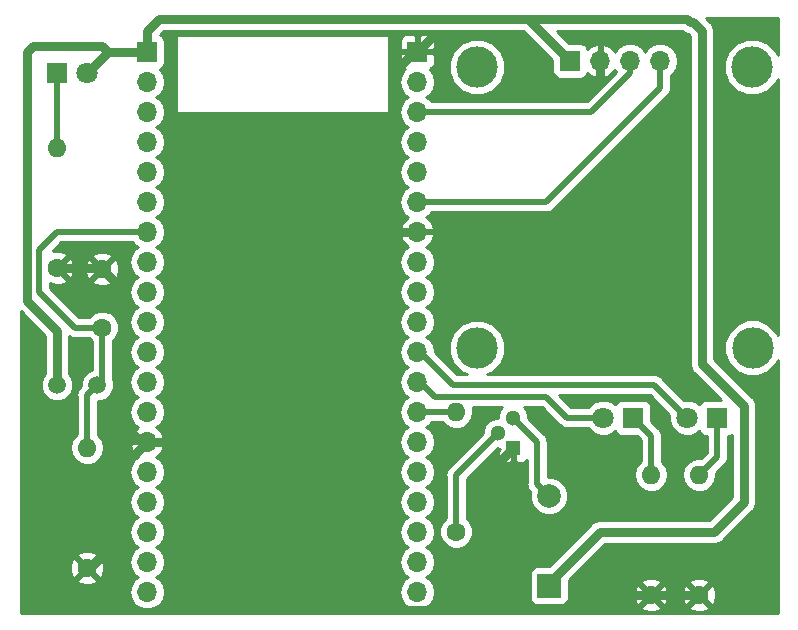
<source format=gtl>
G04 #@! TF.GenerationSoftware,KiCad,Pcbnew,5.0.0+dfsg1-1*
G04 #@! TF.CreationDate,2018-08-21T17:11:21+08:00*
G04 #@! TF.ProjectId,IOT,494F542E6B696361645F706362000000,rev?*
G04 #@! TF.SameCoordinates,Original*
G04 #@! TF.FileFunction,Copper,L1,Top,Signal*
G04 #@! TF.FilePolarity,Positive*
%FSLAX46Y46*%
G04 Gerber Fmt 4.6, Leading zero omitted, Abs format (unit mm)*
G04 Created by KiCad (PCBNEW 5.0.0+dfsg1-1) date Tue Aug 21 17:11:21 2018*
%MOMM*%
%LPD*%
G01*
G04 APERTURE LIST*
G04 #@! TA.AperFunction,ComponentPad*
%ADD10R,1.800000X1.800000*%
G04 #@! TD*
G04 #@! TA.AperFunction,ComponentPad*
%ADD11C,1.800000*%
G04 #@! TD*
G04 #@! TA.AperFunction,WasherPad*
%ADD12C,3.500000*%
G04 #@! TD*
G04 #@! TA.AperFunction,ComponentPad*
%ADD13R,1.700000X1.700000*%
G04 #@! TD*
G04 #@! TA.AperFunction,ComponentPad*
%ADD14O,1.700000X1.700000*%
G04 #@! TD*
G04 #@! TA.AperFunction,ComponentPad*
%ADD15C,1.500000*%
G04 #@! TD*
G04 #@! TA.AperFunction,ComponentPad*
%ADD16R,2.000000X2.000000*%
G04 #@! TD*
G04 #@! TA.AperFunction,ComponentPad*
%ADD17C,2.000000*%
G04 #@! TD*
G04 #@! TA.AperFunction,ComponentPad*
%ADD18O,1.600000X1.600000*%
G04 #@! TD*
G04 #@! TA.AperFunction,ComponentPad*
%ADD19C,1.600000*%
G04 #@! TD*
G04 #@! TA.AperFunction,ComponentPad*
%ADD20C,1.300000*%
G04 #@! TD*
G04 #@! TA.AperFunction,ComponentPad*
%ADD21R,1.300000X1.300000*%
G04 #@! TD*
G04 #@! TA.AperFunction,Conductor*
%ADD22C,0.508000*%
G04 #@! TD*
G04 #@! TA.AperFunction,Conductor*
%ADD23C,0.762000*%
G04 #@! TD*
G04 #@! TA.AperFunction,Conductor*
%ADD24C,0.254000*%
G04 #@! TD*
G04 APERTURE END LIST*
D10*
G04 #@! TO.P,D1,1*
G04 #@! TO.N,Net-(D1-Pad1)*
X25400000Y-41910000D03*
D11*
G04 #@! TO.P,D1,2*
G04 #@! TO.N,+3V3*
X27940000Y-41910000D03*
G04 #@! TD*
G04 #@! TO.P,D2,2*
G04 #@! TO.N,/GREEN_LED*
X78740000Y-71120000D03*
D10*
G04 #@! TO.P,D2,1*
G04 #@! TO.N,Net-(D2-Pad1)*
X81280000Y-71120000D03*
G04 #@! TD*
D12*
G04 #@! TO.P,U2,*
G04 #@! TO.N,*
X84251800Y-41402000D03*
X84277200Y-65176400D03*
X60960000Y-65201800D03*
D13*
G04 #@! TO.P,U2,1*
G04 #@! TO.N,+3V3*
X68834000Y-40894000D03*
D14*
G04 #@! TO.P,U2,2*
G04 #@! TO.N,GND*
X71374000Y-40894000D03*
G04 #@! TO.P,U2,3*
G04 #@! TO.N,/OLED_SCL*
X73914000Y-40894000D03*
G04 #@! TO.P,U2,4*
G04 #@! TO.N,/OLED_SDA*
X76454000Y-40894000D03*
D12*
G04 #@! TO.P,U2,*
G04 #@! TO.N,*
X60960000Y-41402000D03*
G04 #@! TD*
D10*
G04 #@! TO.P,D3,1*
G04 #@! TO.N,Net-(D3-Pad1)*
X74168000Y-71120000D03*
D11*
G04 #@! TO.P,D3,2*
G04 #@! TO.N,/RED_LED*
X71628000Y-71120000D03*
G04 #@! TD*
D15*
G04 #@! TO.P,R5,1*
G04 #@! TO.N,+3V3*
X25400000Y-68326000D03*
G04 #@! TO.P,R5,2*
G04 #@! TO.N,/LDR_ADC*
X28800000Y-68326000D03*
G04 #@! TD*
D14*
G04 #@! TO.P,U1,20*
G04 #@! TO.N,Net-(U1-Pad20)*
X55880000Y-85852000D03*
G04 #@! TO.P,U1,21*
G04 #@! TO.N,Net-(U1-Pad21)*
X55880000Y-83312000D03*
G04 #@! TO.P,U1,22*
G04 #@! TO.N,Net-(U1-Pad22)*
X55880000Y-80772000D03*
G04 #@! TO.P,U1,23*
G04 #@! TO.N,Net-(U1-Pad23)*
X55880000Y-78232000D03*
G04 #@! TO.P,U1,24*
G04 #@! TO.N,Net-(U1-Pad24)*
X55880000Y-75692000D03*
G04 #@! TO.P,U1,25*
G04 #@! TO.N,Net-(U1-Pad25)*
X55880000Y-73152000D03*
G04 #@! TO.P,U1,26*
G04 #@! TO.N,/BUZZER_CONTROL*
X55880000Y-70612000D03*
G04 #@! TO.P,U1,27*
G04 #@! TO.N,/RED_LED*
X55880000Y-68072000D03*
G04 #@! TO.P,U1,28*
G04 #@! TO.N,/GREEN_LED*
X55880000Y-65532000D03*
G04 #@! TO.P,U1,29*
G04 #@! TO.N,Net-(U1-Pad29)*
X55880000Y-62992000D03*
G04 #@! TO.P,U1,30*
G04 #@! TO.N,Net-(U1-Pad30)*
X55880000Y-60452000D03*
G04 #@! TO.P,U1,31*
G04 #@! TO.N,Net-(U1-Pad31)*
X55880000Y-57912000D03*
G04 #@! TO.P,U1,32*
G04 #@! TO.N,GND*
X55880000Y-55372000D03*
G04 #@! TO.P,U1,33*
G04 #@! TO.N,/OLED_SDA*
X55880000Y-52832000D03*
G04 #@! TO.P,U1,34*
G04 #@! TO.N,Net-(U1-Pad34)*
X55880000Y-50292000D03*
G04 #@! TO.P,U1,35*
G04 #@! TO.N,Net-(U1-Pad35)*
X55880000Y-47752000D03*
G04 #@! TO.P,U1,36*
G04 #@! TO.N,/OLED_SCL*
X55880000Y-45212000D03*
G04 #@! TO.P,U1,37*
G04 #@! TO.N,Net-(U1-Pad37)*
X55880000Y-42672000D03*
D13*
G04 #@! TO.P,U1,38*
G04 #@! TO.N,GND*
X55880000Y-40132000D03*
G04 #@! TO.P,U1,1*
G04 #@! TO.N,+3V3*
X33020000Y-40132000D03*
D14*
G04 #@! TO.P,U1,2*
G04 #@! TO.N,Net-(U1-Pad2)*
X33020000Y-42672000D03*
G04 #@! TO.P,U1,3*
G04 #@! TO.N,Net-(U1-Pad3)*
X33020000Y-45212000D03*
G04 #@! TO.P,U1,4*
G04 #@! TO.N,Net-(U1-Pad4)*
X33020000Y-47752000D03*
G04 #@! TO.P,U1,5*
G04 #@! TO.N,Net-(U1-Pad5)*
X33020000Y-50292000D03*
G04 #@! TO.P,U1,6*
G04 #@! TO.N,Net-(U1-Pad6)*
X33020000Y-52832000D03*
G04 #@! TO.P,U1,7*
G04 #@! TO.N,/LDR_ADC*
X33020000Y-55372000D03*
G04 #@! TO.P,U1,8*
G04 #@! TO.N,Net-(U1-Pad8)*
X33020000Y-57912000D03*
G04 #@! TO.P,U1,9*
G04 #@! TO.N,Net-(U1-Pad9)*
X33020000Y-60452000D03*
G04 #@! TO.P,U1,10*
G04 #@! TO.N,Net-(U1-Pad10)*
X33020000Y-62992000D03*
G04 #@! TO.P,U1,11*
G04 #@! TO.N,Net-(U1-Pad11)*
X33020000Y-65532000D03*
G04 #@! TO.P,U1,12*
G04 #@! TO.N,Net-(U1-Pad12)*
X33020000Y-68072000D03*
G04 #@! TO.P,U1,13*
G04 #@! TO.N,Net-(U1-Pad13)*
X33020000Y-70612000D03*
G04 #@! TO.P,U1,14*
G04 #@! TO.N,GND*
X33020000Y-73152000D03*
G04 #@! TO.P,U1,15*
G04 #@! TO.N,Net-(U1-Pad15)*
X33020000Y-75692000D03*
G04 #@! TO.P,U1,16*
G04 #@! TO.N,Net-(U1-Pad16)*
X33020000Y-78232000D03*
G04 #@! TO.P,U1,17*
G04 #@! TO.N,Net-(U1-Pad17)*
X33020000Y-80772000D03*
G04 #@! TO.P,U1,18*
G04 #@! TO.N,Net-(U1-Pad18)*
X33020000Y-83312000D03*
G04 #@! TO.P,U1,19*
G04 #@! TO.N,Net-(U1-Pad19)*
X33020000Y-85852000D03*
G04 #@! TD*
D16*
G04 #@! TO.P,BZ1,1*
G04 #@! TO.N,+3V3*
X67056000Y-85344000D03*
D17*
G04 #@! TO.P,BZ1,2*
G04 #@! TO.N,Net-(BZ1-Pad2)*
X67056000Y-77744000D03*
G04 #@! TD*
D18*
G04 #@! TO.P,R4,2*
G04 #@! TO.N,Net-(D3-Pad1)*
X75692000Y-75946000D03*
D19*
G04 #@! TO.P,R4,1*
G04 #@! TO.N,GND*
X75692000Y-86106000D03*
G04 #@! TD*
D18*
G04 #@! TO.P,R2,2*
G04 #@! TO.N,Net-(D1-Pad1)*
X25400000Y-48260000D03*
D19*
G04 #@! TO.P,R2,1*
G04 #@! TO.N,GND*
X25400000Y-58420000D03*
G04 #@! TD*
G04 #@! TO.P,C1,1*
G04 #@! TO.N,/LDR_ADC*
X29210000Y-63500000D03*
G04 #@! TO.P,C1,2*
G04 #@! TO.N,GND*
X29210000Y-58500000D03*
G04 #@! TD*
G04 #@! TO.P,R6,1*
G04 #@! TO.N,GND*
X27940000Y-83820000D03*
D18*
G04 #@! TO.P,R6,2*
G04 #@! TO.N,/LDR_ADC*
X27940000Y-73660000D03*
G04 #@! TD*
D19*
G04 #@! TO.P,R3,1*
G04 #@! TO.N,GND*
X79756000Y-86106000D03*
D18*
G04 #@! TO.P,R3,2*
G04 #@! TO.N,Net-(D2-Pad1)*
X79756000Y-75946000D03*
G04 #@! TD*
D20*
G04 #@! TO.P,Q1,2*
G04 #@! TO.N,Net-(Q1-Pad2)*
X62738000Y-72390000D03*
G04 #@! TO.P,Q1,3*
G04 #@! TO.N,Net-(BZ1-Pad2)*
X64008000Y-71120000D03*
D21*
G04 #@! TO.P,Q1,1*
G04 #@! TO.N,GND*
X64008000Y-73660000D03*
G04 #@! TD*
D19*
G04 #@! TO.P,R1,1*
G04 #@! TO.N,Net-(Q1-Pad2)*
X59182000Y-80772000D03*
D18*
G04 #@! TO.P,R1,2*
G04 #@! TO.N,/BUZZER_CONTROL*
X59182000Y-70612000D03*
G04 #@! TD*
D22*
G04 #@! TO.N,Net-(Q1-Pad2)*
X59182000Y-80772000D02*
X59182000Y-75946000D01*
X59182000Y-75946000D02*
X62738000Y-72390000D01*
G04 #@! TO.N,/BUZZER_CONTROL*
X55880000Y-70612000D02*
X59182000Y-70612000D01*
G04 #@! TO.N,Net-(D1-Pad1)*
X25400000Y-48260000D02*
X25400000Y-41910000D01*
D23*
G04 #@! TO.N,GND*
X34798000Y-73152000D02*
X33020000Y-73152000D01*
X53340000Y-54610000D02*
X34798000Y-73152000D01*
X55880000Y-55372000D02*
X52578000Y-55372000D01*
X52578000Y-55372000D02*
X53340000Y-54610000D01*
X29972000Y-77978000D02*
X30480000Y-77470000D01*
X30480000Y-77470000D02*
X30480000Y-75692000D01*
X30480000Y-75692000D02*
X33020000Y-73152000D01*
X25400000Y-58420000D02*
X29130000Y-58420000D01*
X29130000Y-58420000D02*
X29210000Y-58500000D01*
X33020000Y-73152000D02*
X32512000Y-73152000D01*
X30988000Y-60278000D02*
X29210000Y-58500000D01*
X30988000Y-71628000D02*
X30988000Y-60278000D01*
X32512000Y-73152000D02*
X30988000Y-71628000D01*
X27940000Y-83820000D02*
X28194000Y-83820000D01*
X29972000Y-82042000D02*
X29972000Y-77978000D01*
X28194000Y-83820000D02*
X29972000Y-82042000D01*
X55880000Y-40132000D02*
X57404000Y-38608000D01*
X71374000Y-42418000D02*
X71374000Y-40894000D01*
X70612000Y-43180000D02*
X71374000Y-42418000D01*
X66802000Y-43180000D02*
X70612000Y-43180000D01*
X66294000Y-42672000D02*
X66802000Y-43180000D01*
X66294000Y-40640000D02*
X66294000Y-42672000D01*
X64262000Y-38608000D02*
X66294000Y-40640000D01*
X57404000Y-38608000D02*
X64262000Y-38608000D01*
X33020000Y-73152000D02*
X36068000Y-73152000D01*
X50292000Y-87376000D02*
X50038000Y-87122000D01*
X51054000Y-87376000D02*
X50292000Y-87376000D01*
X51054000Y-87376000D02*
X57658000Y-87376000D01*
X36068000Y-73152000D02*
X50038000Y-87122000D01*
X62230000Y-82804000D02*
X62230000Y-75438000D01*
X57658000Y-87376000D02*
X62230000Y-82804000D01*
X62230000Y-75438000D02*
X64008000Y-73660000D01*
X75692000Y-86106000D02*
X79756000Y-86106000D01*
X75692000Y-86106000D02*
X71120000Y-86106000D01*
X69850000Y-87376000D02*
X70104000Y-87122000D01*
X69850000Y-87376000D02*
X57658000Y-87376000D01*
X71120000Y-86106000D02*
X70104000Y-87122000D01*
X57912000Y-87122000D02*
X57658000Y-87376000D01*
X55880000Y-40132000D02*
X55626000Y-40132000D01*
X54102000Y-53848000D02*
X52578000Y-55372000D01*
X54102000Y-41656000D02*
X54102000Y-53848000D01*
X55626000Y-40132000D02*
X54102000Y-41656000D01*
D22*
G04 #@! TO.N,Net-(D2-Pad1)*
X81280000Y-71120000D02*
X81280000Y-74422000D01*
X81280000Y-74422000D02*
X79756000Y-75946000D01*
G04 #@! TO.N,Net-(D3-Pad1)*
X75692000Y-75946000D02*
X75692000Y-72644000D01*
X75692000Y-72644000D02*
X74168000Y-71120000D01*
G04 #@! TO.N,/LDR_ADC*
X29210000Y-63500000D02*
X29210000Y-67916000D01*
X29210000Y-67916000D02*
X28800000Y-68326000D01*
X27940000Y-73660000D02*
X27940000Y-69186000D01*
X27940000Y-69186000D02*
X28800000Y-68326000D01*
X29210000Y-63500000D02*
X26924000Y-63500000D01*
X26924000Y-63500000D02*
X23876000Y-60452000D01*
X25400000Y-55372000D02*
X33020000Y-55372000D01*
X25400000Y-55372000D02*
X23876000Y-56896000D01*
X23876000Y-56896000D02*
X23876000Y-60452000D01*
G04 #@! TO.N,Net-(BZ1-Pad2)*
X64008000Y-71120000D02*
X66040000Y-73152000D01*
X66040000Y-76728000D02*
X67056000Y-77744000D01*
X66040000Y-75946000D02*
X66040000Y-76728000D01*
X66040000Y-75946000D02*
X66040000Y-73152000D01*
D23*
G04 #@! TO.N,+3V3*
X33020000Y-40132000D02*
X29718000Y-40132000D01*
X29718000Y-40132000D02*
X27940000Y-41910000D01*
X29718000Y-40132000D02*
X29210000Y-39624000D01*
X25400000Y-63754000D02*
X25400000Y-68326000D01*
X22860000Y-61214000D02*
X25400000Y-63754000D01*
X22860000Y-53340000D02*
X22860000Y-61214000D01*
X29210000Y-39624000D02*
X23368000Y-39624000D01*
X23368000Y-39624000D02*
X22860000Y-40132000D01*
X22860000Y-40132000D02*
X22860000Y-53340000D01*
X33020000Y-40132000D02*
X33020000Y-38354000D01*
X65278000Y-37338000D02*
X68834000Y-40894000D01*
X34036000Y-37338000D02*
X64770000Y-37338000D01*
X64770000Y-37338000D02*
X65278000Y-37338000D01*
X33020000Y-38354000D02*
X34036000Y-37338000D01*
X64770000Y-37338000D02*
X78740000Y-37338000D01*
X80010000Y-38354000D02*
X80010000Y-62992000D01*
X79248000Y-37592000D02*
X80010000Y-38354000D01*
X78994000Y-37592000D02*
X79248000Y-37592000D01*
X78740000Y-37338000D02*
X78994000Y-37592000D01*
X67056000Y-85344000D02*
X67056000Y-85090000D01*
X80010000Y-66548000D02*
X80010000Y-62992000D01*
X83566000Y-70104000D02*
X80010000Y-66548000D01*
X83566000Y-78232000D02*
X83566000Y-70104000D01*
X83058000Y-78740000D02*
X83566000Y-78232000D01*
X81026000Y-80772000D02*
X83058000Y-78740000D01*
X71374000Y-80772000D02*
X81026000Y-80772000D01*
X67056000Y-85090000D02*
X71374000Y-80772000D01*
D22*
G04 #@! TO.N,/GREEN_LED*
X55880000Y-65532000D02*
X56134000Y-65532000D01*
X75946000Y-68326000D02*
X78740000Y-71120000D01*
X58928000Y-68326000D02*
X75946000Y-68326000D01*
X56134000Y-65532000D02*
X58928000Y-68326000D01*
G04 #@! TO.N,/RED_LED*
X71628000Y-71120000D02*
X68580000Y-71120000D01*
X66802000Y-69342000D02*
X60452000Y-69342000D01*
X68580000Y-71120000D02*
X66802000Y-69342000D01*
X55880000Y-68072000D02*
X56134000Y-68072000D01*
X57404000Y-69342000D02*
X60452000Y-69342000D01*
X56134000Y-68072000D02*
X57404000Y-69342000D01*
G04 #@! TO.N,/OLED_SCL*
X73914000Y-40894000D02*
X73914000Y-41910000D01*
X70612000Y-45212000D02*
X55880000Y-45212000D01*
X73914000Y-41910000D02*
X70612000Y-45212000D01*
G04 #@! TO.N,/OLED_SDA*
X76454000Y-43180000D02*
X76454000Y-40894000D01*
X73152000Y-46482000D02*
X76454000Y-43180000D01*
X55880000Y-52832000D02*
X60960000Y-52832000D01*
X60960000Y-52832000D02*
X66802000Y-52832000D01*
X66802000Y-52832000D02*
X73152000Y-46482000D01*
G04 #@! TD*
D24*
G04 #@! TO.N,GND*
G36*
X86412000Y-40384880D02*
X86273705Y-40051006D01*
X85602794Y-39380095D01*
X84726206Y-39017000D01*
X83777394Y-39017000D01*
X82900806Y-39380095D01*
X82229895Y-40051006D01*
X81866800Y-40927594D01*
X81866800Y-41876406D01*
X82229895Y-42752994D01*
X82900806Y-43423905D01*
X83777394Y-43787000D01*
X84726206Y-43787000D01*
X85602794Y-43423905D01*
X86273705Y-42752994D01*
X86412000Y-42419120D01*
X86412001Y-64097960D01*
X86299105Y-63825406D01*
X85628194Y-63154495D01*
X84751606Y-62791400D01*
X83802794Y-62791400D01*
X82926206Y-63154495D01*
X82255295Y-63825406D01*
X81892200Y-64701994D01*
X81892200Y-65650806D01*
X82255295Y-66527394D01*
X82926206Y-67198305D01*
X83802794Y-67561400D01*
X84751606Y-67561400D01*
X85628194Y-67198305D01*
X86299105Y-66527394D01*
X86412001Y-66254840D01*
X86412001Y-87682000D01*
X22300000Y-87682000D01*
X22300000Y-84827745D01*
X27111861Y-84827745D01*
X27185995Y-85073864D01*
X27723223Y-85266965D01*
X28293454Y-85239778D01*
X28694005Y-85073864D01*
X28768139Y-84827745D01*
X27940000Y-83999605D01*
X27111861Y-84827745D01*
X22300000Y-84827745D01*
X22300000Y-83603223D01*
X26493035Y-83603223D01*
X26520222Y-84173454D01*
X26686136Y-84574005D01*
X26932255Y-84648139D01*
X27760395Y-83820000D01*
X28119605Y-83820000D01*
X28947745Y-84648139D01*
X29193864Y-84574005D01*
X29386965Y-84036777D01*
X29359778Y-83466546D01*
X29193864Y-83065995D01*
X28947745Y-82991861D01*
X28119605Y-83820000D01*
X27760395Y-83820000D01*
X26932255Y-82991861D01*
X26686136Y-83065995D01*
X26493035Y-83603223D01*
X22300000Y-83603223D01*
X22300000Y-82812255D01*
X27111861Y-82812255D01*
X27940000Y-83640395D01*
X28768139Y-82812255D01*
X28694005Y-82566136D01*
X28156777Y-82373035D01*
X27586546Y-82400222D01*
X27185995Y-82566136D01*
X27111861Y-82812255D01*
X22300000Y-82812255D01*
X22300000Y-75692000D01*
X31505908Y-75692000D01*
X31621161Y-76271418D01*
X31949375Y-76762625D01*
X32247761Y-76962000D01*
X31949375Y-77161375D01*
X31621161Y-77652582D01*
X31505908Y-78232000D01*
X31621161Y-78811418D01*
X31949375Y-79302625D01*
X32247761Y-79502000D01*
X31949375Y-79701375D01*
X31621161Y-80192582D01*
X31505908Y-80772000D01*
X31621161Y-81351418D01*
X31949375Y-81842625D01*
X32247761Y-82042000D01*
X31949375Y-82241375D01*
X31621161Y-82732582D01*
X31505908Y-83312000D01*
X31621161Y-83891418D01*
X31949375Y-84382625D01*
X32247761Y-84582000D01*
X31949375Y-84781375D01*
X31621161Y-85272582D01*
X31505908Y-85852000D01*
X31621161Y-86431418D01*
X31949375Y-86922625D01*
X32440582Y-87250839D01*
X32873744Y-87337000D01*
X33166256Y-87337000D01*
X33599418Y-87250839D01*
X34090625Y-86922625D01*
X34418839Y-86431418D01*
X34534092Y-85852000D01*
X34418839Y-85272582D01*
X34090625Y-84781375D01*
X33792239Y-84582000D01*
X34090625Y-84382625D01*
X34418839Y-83891418D01*
X34534092Y-83312000D01*
X34418839Y-82732582D01*
X34090625Y-82241375D01*
X33792239Y-82042000D01*
X34090625Y-81842625D01*
X34418839Y-81351418D01*
X34534092Y-80772000D01*
X34418839Y-80192582D01*
X34090625Y-79701375D01*
X33792239Y-79502000D01*
X34090625Y-79302625D01*
X34418839Y-78811418D01*
X34534092Y-78232000D01*
X34418839Y-77652582D01*
X34090625Y-77161375D01*
X33792239Y-76962000D01*
X34090625Y-76762625D01*
X34418839Y-76271418D01*
X34534092Y-75692000D01*
X34418839Y-75112582D01*
X34090625Y-74621375D01*
X33771522Y-74408157D01*
X33901358Y-74347183D01*
X34291645Y-73918924D01*
X34461476Y-73508890D01*
X34340155Y-73279000D01*
X33147000Y-73279000D01*
X33147000Y-73299000D01*
X32893000Y-73299000D01*
X32893000Y-73279000D01*
X31699845Y-73279000D01*
X31578524Y-73508890D01*
X31748355Y-73918924D01*
X32138642Y-74347183D01*
X32268478Y-74408157D01*
X31949375Y-74621375D01*
X31621161Y-75112582D01*
X31505908Y-75692000D01*
X22300000Y-75692000D01*
X22300000Y-62090840D01*
X24384000Y-64174841D01*
X24384001Y-67383312D01*
X24225853Y-67541460D01*
X24015000Y-68050506D01*
X24015000Y-68601494D01*
X24225853Y-69110540D01*
X24615460Y-69500147D01*
X25124506Y-69711000D01*
X25675494Y-69711000D01*
X26184540Y-69500147D01*
X26574147Y-69110540D01*
X26785000Y-68601494D01*
X26785000Y-68050506D01*
X26574147Y-67541460D01*
X26416000Y-67383313D01*
X26416000Y-64229756D01*
X26577130Y-64337419D01*
X26836444Y-64389000D01*
X26836445Y-64389000D01*
X26924000Y-64406416D01*
X27011555Y-64389000D01*
X28069604Y-64389000D01*
X28321000Y-64640396D01*
X28321001Y-67025294D01*
X28015460Y-67151853D01*
X27625853Y-67541460D01*
X27415000Y-68050506D01*
X27415000Y-68453765D01*
X27373294Y-68495471D01*
X27299068Y-68545067D01*
X27249472Y-68619293D01*
X27249471Y-68619294D01*
X27102582Y-68839130D01*
X27033584Y-69186000D01*
X27051001Y-69273559D01*
X27051000Y-72528151D01*
X26905423Y-72625423D01*
X26588260Y-73100091D01*
X26476887Y-73660000D01*
X26588260Y-74219909D01*
X26905423Y-74694577D01*
X27380091Y-75011740D01*
X27798667Y-75095000D01*
X28081333Y-75095000D01*
X28499909Y-75011740D01*
X28974577Y-74694577D01*
X29291740Y-74219909D01*
X29403113Y-73660000D01*
X29291740Y-73100091D01*
X28974577Y-72625423D01*
X28829000Y-72528152D01*
X28829000Y-69711000D01*
X29075494Y-69711000D01*
X29584540Y-69500147D01*
X29974147Y-69110540D01*
X30185000Y-68601494D01*
X30185000Y-68050506D01*
X30104526Y-67856223D01*
X30099000Y-67828444D01*
X30099000Y-64640396D01*
X30426534Y-64312862D01*
X30645000Y-63785439D01*
X30645000Y-63214561D01*
X30426534Y-62687138D01*
X30022862Y-62283466D01*
X29495439Y-62065000D01*
X28924561Y-62065000D01*
X28397138Y-62283466D01*
X28069604Y-62611000D01*
X27292236Y-62611000D01*
X24765000Y-60083765D01*
X24765000Y-59716639D01*
X25183223Y-59866965D01*
X25753454Y-59839778D01*
X26154005Y-59673864D01*
X26204042Y-59507745D01*
X28381861Y-59507745D01*
X28455995Y-59753864D01*
X28993223Y-59946965D01*
X29563454Y-59919778D01*
X29964005Y-59753864D01*
X30038139Y-59507745D01*
X29210000Y-58679605D01*
X28381861Y-59507745D01*
X26204042Y-59507745D01*
X26228139Y-59427745D01*
X25400000Y-58599605D01*
X25385858Y-58613748D01*
X25206252Y-58434142D01*
X25220395Y-58420000D01*
X25579605Y-58420000D01*
X26407745Y-59248139D01*
X26653864Y-59174005D01*
X26846965Y-58636777D01*
X26830109Y-58283223D01*
X27763035Y-58283223D01*
X27790222Y-58853454D01*
X27956136Y-59254005D01*
X28202255Y-59328139D01*
X29030395Y-58500000D01*
X29389605Y-58500000D01*
X30217745Y-59328139D01*
X30463864Y-59254005D01*
X30656965Y-58716777D01*
X30629778Y-58146546D01*
X30463864Y-57745995D01*
X30217745Y-57671861D01*
X29389605Y-58500000D01*
X29030395Y-58500000D01*
X28202255Y-57671861D01*
X27956136Y-57745995D01*
X27763035Y-58283223D01*
X26830109Y-58283223D01*
X26819778Y-58066546D01*
X26653864Y-57665995D01*
X26407745Y-57591861D01*
X25579605Y-58420000D01*
X25220395Y-58420000D01*
X25206252Y-58405858D01*
X25385858Y-58226252D01*
X25400000Y-58240395D01*
X26148139Y-57492255D01*
X28381861Y-57492255D01*
X29210000Y-58320395D01*
X30038139Y-57492255D01*
X29964005Y-57246136D01*
X29426777Y-57053035D01*
X28856546Y-57080222D01*
X28455995Y-57246136D01*
X28381861Y-57492255D01*
X26148139Y-57492255D01*
X26228139Y-57412255D01*
X26154005Y-57166136D01*
X25616777Y-56973035D01*
X25046546Y-57000222D01*
X25016616Y-57012620D01*
X25768236Y-56261000D01*
X31828017Y-56261000D01*
X31949375Y-56442625D01*
X32247761Y-56642000D01*
X31949375Y-56841375D01*
X31621161Y-57332582D01*
X31505908Y-57912000D01*
X31621161Y-58491418D01*
X31949375Y-58982625D01*
X32247761Y-59182000D01*
X31949375Y-59381375D01*
X31621161Y-59872582D01*
X31505908Y-60452000D01*
X31621161Y-61031418D01*
X31949375Y-61522625D01*
X32247761Y-61722000D01*
X31949375Y-61921375D01*
X31621161Y-62412582D01*
X31505908Y-62992000D01*
X31621161Y-63571418D01*
X31949375Y-64062625D01*
X32247761Y-64262000D01*
X31949375Y-64461375D01*
X31621161Y-64952582D01*
X31505908Y-65532000D01*
X31621161Y-66111418D01*
X31949375Y-66602625D01*
X32247761Y-66802000D01*
X31949375Y-67001375D01*
X31621161Y-67492582D01*
X31505908Y-68072000D01*
X31621161Y-68651418D01*
X31949375Y-69142625D01*
X32247761Y-69342000D01*
X31949375Y-69541375D01*
X31621161Y-70032582D01*
X31505908Y-70612000D01*
X31621161Y-71191418D01*
X31949375Y-71682625D01*
X32268478Y-71895843D01*
X32138642Y-71956817D01*
X31748355Y-72385076D01*
X31578524Y-72795110D01*
X31699845Y-73025000D01*
X32893000Y-73025000D01*
X32893000Y-73005000D01*
X33147000Y-73005000D01*
X33147000Y-73025000D01*
X34340155Y-73025000D01*
X34461476Y-72795110D01*
X34291645Y-72385076D01*
X33901358Y-71956817D01*
X33771522Y-71895843D01*
X34090625Y-71682625D01*
X34418839Y-71191418D01*
X34534092Y-70612000D01*
X34418839Y-70032582D01*
X34090625Y-69541375D01*
X33792239Y-69342000D01*
X34090625Y-69142625D01*
X34418839Y-68651418D01*
X34534092Y-68072000D01*
X34418839Y-67492582D01*
X34090625Y-67001375D01*
X33792239Y-66802000D01*
X34090625Y-66602625D01*
X34418839Y-66111418D01*
X34534092Y-65532000D01*
X34418839Y-64952582D01*
X34090625Y-64461375D01*
X33792239Y-64262000D01*
X34090625Y-64062625D01*
X34418839Y-63571418D01*
X34534092Y-62992000D01*
X34418839Y-62412582D01*
X34090625Y-61921375D01*
X33792239Y-61722000D01*
X34090625Y-61522625D01*
X34418839Y-61031418D01*
X34534092Y-60452000D01*
X34418839Y-59872582D01*
X34090625Y-59381375D01*
X33792239Y-59182000D01*
X34090625Y-58982625D01*
X34418839Y-58491418D01*
X34534092Y-57912000D01*
X34418839Y-57332582D01*
X34090625Y-56841375D01*
X33792239Y-56642000D01*
X34090625Y-56442625D01*
X34418839Y-55951418D01*
X34534092Y-55372000D01*
X34418839Y-54792582D01*
X34090625Y-54301375D01*
X33792239Y-54102000D01*
X34090625Y-53902625D01*
X34418839Y-53411418D01*
X34534092Y-52832000D01*
X34418839Y-52252582D01*
X34090625Y-51761375D01*
X33792239Y-51562000D01*
X34090625Y-51362625D01*
X34418839Y-50871418D01*
X34534092Y-50292000D01*
X34418839Y-49712582D01*
X34090625Y-49221375D01*
X33792239Y-49022000D01*
X34090625Y-48822625D01*
X34418839Y-48331418D01*
X34534092Y-47752000D01*
X34418839Y-47172582D01*
X34090625Y-46681375D01*
X33792239Y-46482000D01*
X34090625Y-46282625D01*
X34418839Y-45791418D01*
X34534092Y-45212000D01*
X34418839Y-44632582D01*
X34090625Y-44141375D01*
X33792239Y-43942000D01*
X34090625Y-43742625D01*
X34418839Y-43251418D01*
X34534092Y-42672000D01*
X34418839Y-42092582D01*
X34090625Y-41601375D01*
X34072381Y-41589184D01*
X34117765Y-41580157D01*
X34327809Y-41439809D01*
X34468157Y-41229765D01*
X34517440Y-40982000D01*
X34517440Y-39282000D01*
X34468157Y-39034235D01*
X34353073Y-38862000D01*
X35433000Y-38862000D01*
X35433000Y-45212000D01*
X35442667Y-45260601D01*
X35470197Y-45301803D01*
X35511399Y-45329333D01*
X35560000Y-45339000D01*
X53340000Y-45339000D01*
X53388601Y-45329333D01*
X53429803Y-45301803D01*
X53457333Y-45260601D01*
X53467000Y-45212000D01*
X53467000Y-42672000D01*
X54365908Y-42672000D01*
X54481161Y-43251418D01*
X54809375Y-43742625D01*
X55107761Y-43942000D01*
X54809375Y-44141375D01*
X54481161Y-44632582D01*
X54365908Y-45212000D01*
X54481161Y-45791418D01*
X54809375Y-46282625D01*
X55107761Y-46482000D01*
X54809375Y-46681375D01*
X54481161Y-47172582D01*
X54365908Y-47752000D01*
X54481161Y-48331418D01*
X54809375Y-48822625D01*
X55107761Y-49022000D01*
X54809375Y-49221375D01*
X54481161Y-49712582D01*
X54365908Y-50292000D01*
X54481161Y-50871418D01*
X54809375Y-51362625D01*
X55107761Y-51562000D01*
X54809375Y-51761375D01*
X54481161Y-52252582D01*
X54365908Y-52832000D01*
X54481161Y-53411418D01*
X54809375Y-53902625D01*
X55128478Y-54115843D01*
X54998642Y-54176817D01*
X54608355Y-54605076D01*
X54438524Y-55015110D01*
X54559845Y-55245000D01*
X55753000Y-55245000D01*
X55753000Y-55225000D01*
X56007000Y-55225000D01*
X56007000Y-55245000D01*
X57200155Y-55245000D01*
X57321476Y-55015110D01*
X57151645Y-54605076D01*
X56761358Y-54176817D01*
X56631522Y-54115843D01*
X56950625Y-53902625D01*
X57071983Y-53721000D01*
X66714445Y-53721000D01*
X66802000Y-53738416D01*
X66889555Y-53721000D01*
X66889556Y-53721000D01*
X67148870Y-53669419D01*
X67442933Y-53472933D01*
X67492531Y-53398704D01*
X73842529Y-47048707D01*
X73842531Y-47048704D01*
X77020707Y-43870529D01*
X77094933Y-43820933D01*
X77291419Y-43526870D01*
X77343000Y-43267556D01*
X77343000Y-43267555D01*
X77360416Y-43180001D01*
X77343000Y-43092446D01*
X77343000Y-42085983D01*
X77524625Y-41964625D01*
X77852839Y-41473418D01*
X77968092Y-40894000D01*
X77852839Y-40314582D01*
X77524625Y-39823375D01*
X77033418Y-39495161D01*
X76600256Y-39409000D01*
X76307744Y-39409000D01*
X75874582Y-39495161D01*
X75383375Y-39823375D01*
X75184000Y-40121761D01*
X74984625Y-39823375D01*
X74493418Y-39495161D01*
X74060256Y-39409000D01*
X73767744Y-39409000D01*
X73334582Y-39495161D01*
X72843375Y-39823375D01*
X72630157Y-40142478D01*
X72569183Y-40012642D01*
X72140924Y-39622355D01*
X71730890Y-39452524D01*
X71501000Y-39573845D01*
X71501000Y-40767000D01*
X71521000Y-40767000D01*
X71521000Y-41021000D01*
X71501000Y-41021000D01*
X71501000Y-42214155D01*
X71730890Y-42335476D01*
X72140924Y-42165645D01*
X72569183Y-41775358D01*
X72630157Y-41645522D01*
X72746749Y-41820015D01*
X70243765Y-44323000D01*
X57071983Y-44323000D01*
X56950625Y-44141375D01*
X56652239Y-43942000D01*
X56950625Y-43742625D01*
X57278839Y-43251418D01*
X57394092Y-42672000D01*
X57278839Y-42092582D01*
X56950625Y-41601375D01*
X56928967Y-41586904D01*
X57089698Y-41520327D01*
X57268327Y-41341699D01*
X57365000Y-41108310D01*
X57365000Y-40927594D01*
X58575000Y-40927594D01*
X58575000Y-41876406D01*
X58938095Y-42752994D01*
X59609006Y-43423905D01*
X60485594Y-43787000D01*
X61434406Y-43787000D01*
X62310994Y-43423905D01*
X62981905Y-42752994D01*
X63345000Y-41876406D01*
X63345000Y-40927594D01*
X62981905Y-40051006D01*
X62310994Y-39380095D01*
X61434406Y-39017000D01*
X60485594Y-39017000D01*
X59609006Y-39380095D01*
X58938095Y-40051006D01*
X58575000Y-40927594D01*
X57365000Y-40927594D01*
X57365000Y-40417750D01*
X57206250Y-40259000D01*
X56007000Y-40259000D01*
X56007000Y-40279000D01*
X55753000Y-40279000D01*
X55753000Y-40259000D01*
X54553750Y-40259000D01*
X54395000Y-40417750D01*
X54395000Y-41108310D01*
X54491673Y-41341699D01*
X54670302Y-41520327D01*
X54831033Y-41586904D01*
X54809375Y-41601375D01*
X54481161Y-42092582D01*
X54365908Y-42672000D01*
X53467000Y-42672000D01*
X53467000Y-39155690D01*
X54395000Y-39155690D01*
X54395000Y-39846250D01*
X54553750Y-40005000D01*
X55753000Y-40005000D01*
X55753000Y-38805750D01*
X56007000Y-38805750D01*
X56007000Y-40005000D01*
X57206250Y-40005000D01*
X57365000Y-39846250D01*
X57365000Y-39155690D01*
X57268327Y-38922301D01*
X57089698Y-38743673D01*
X56856309Y-38647000D01*
X56165750Y-38647000D01*
X56007000Y-38805750D01*
X55753000Y-38805750D01*
X55594250Y-38647000D01*
X54903691Y-38647000D01*
X54670302Y-38743673D01*
X54491673Y-38922301D01*
X54395000Y-39155690D01*
X53467000Y-39155690D01*
X53467000Y-38862000D01*
X53457333Y-38813399D01*
X53429803Y-38772197D01*
X53388601Y-38744667D01*
X53340000Y-38735000D01*
X35560000Y-38735000D01*
X35511399Y-38744667D01*
X35470197Y-38772197D01*
X35442667Y-38813399D01*
X35433000Y-38862000D01*
X34353073Y-38862000D01*
X34327809Y-38824191D01*
X34123299Y-38687541D01*
X34456841Y-38354000D01*
X64857160Y-38354000D01*
X67336560Y-40833401D01*
X67336560Y-41744000D01*
X67385843Y-41991765D01*
X67526191Y-42201809D01*
X67736235Y-42342157D01*
X67984000Y-42391440D01*
X69684000Y-42391440D01*
X69931765Y-42342157D01*
X70141809Y-42201809D01*
X70282157Y-41991765D01*
X70302739Y-41888292D01*
X70607076Y-42165645D01*
X71017110Y-42335476D01*
X71247000Y-42214155D01*
X71247000Y-41021000D01*
X71227000Y-41021000D01*
X71227000Y-40767000D01*
X71247000Y-40767000D01*
X71247000Y-39573845D01*
X71017110Y-39452524D01*
X70607076Y-39622355D01*
X70302739Y-39899708D01*
X70282157Y-39796235D01*
X70141809Y-39586191D01*
X69931765Y-39445843D01*
X69684000Y-39396560D01*
X68773401Y-39396560D01*
X67730840Y-38354000D01*
X78305662Y-38354000D01*
X78597577Y-38549051D01*
X78810579Y-38591420D01*
X78994000Y-38774841D01*
X78994001Y-62891935D01*
X78994000Y-66447936D01*
X78974096Y-66548000D01*
X78994000Y-66648063D01*
X78994000Y-66648064D01*
X79052949Y-66944422D01*
X79277505Y-67280495D01*
X79362340Y-67337180D01*
X81597719Y-69572560D01*
X80380000Y-69572560D01*
X80132235Y-69621843D01*
X79922191Y-69762191D01*
X79781843Y-69972235D01*
X79778725Y-69987908D01*
X79609507Y-69818690D01*
X79045330Y-69585000D01*
X78462236Y-69585000D01*
X76636531Y-67759296D01*
X76586933Y-67685067D01*
X76292870Y-67488581D01*
X76033556Y-67437000D01*
X76033555Y-67437000D01*
X75946000Y-67419584D01*
X75858445Y-67437000D01*
X61796055Y-67437000D01*
X62310994Y-67223705D01*
X62981905Y-66552794D01*
X63345000Y-65676206D01*
X63345000Y-64727394D01*
X62981905Y-63850806D01*
X62310994Y-63179895D01*
X61434406Y-62816800D01*
X60485594Y-62816800D01*
X59609006Y-63179895D01*
X58938095Y-63850806D01*
X58575000Y-64727394D01*
X58575000Y-65676206D01*
X58938095Y-66552794D01*
X59609006Y-67223705D01*
X60123945Y-67437000D01*
X59296236Y-67437000D01*
X57393618Y-65534383D01*
X57394092Y-65532000D01*
X57278839Y-64952582D01*
X56950625Y-64461375D01*
X56652239Y-64262000D01*
X56950625Y-64062625D01*
X57278839Y-63571418D01*
X57394092Y-62992000D01*
X57278839Y-62412582D01*
X56950625Y-61921375D01*
X56652239Y-61722000D01*
X56950625Y-61522625D01*
X57278839Y-61031418D01*
X57394092Y-60452000D01*
X57278839Y-59872582D01*
X56950625Y-59381375D01*
X56652239Y-59182000D01*
X56950625Y-58982625D01*
X57278839Y-58491418D01*
X57394092Y-57912000D01*
X57278839Y-57332582D01*
X56950625Y-56841375D01*
X56631522Y-56628157D01*
X56761358Y-56567183D01*
X57151645Y-56138924D01*
X57321476Y-55728890D01*
X57200155Y-55499000D01*
X56007000Y-55499000D01*
X56007000Y-55519000D01*
X55753000Y-55519000D01*
X55753000Y-55499000D01*
X54559845Y-55499000D01*
X54438524Y-55728890D01*
X54608355Y-56138924D01*
X54998642Y-56567183D01*
X55128478Y-56628157D01*
X54809375Y-56841375D01*
X54481161Y-57332582D01*
X54365908Y-57912000D01*
X54481161Y-58491418D01*
X54809375Y-58982625D01*
X55107761Y-59182000D01*
X54809375Y-59381375D01*
X54481161Y-59872582D01*
X54365908Y-60452000D01*
X54481161Y-61031418D01*
X54809375Y-61522625D01*
X55107761Y-61722000D01*
X54809375Y-61921375D01*
X54481161Y-62412582D01*
X54365908Y-62992000D01*
X54481161Y-63571418D01*
X54809375Y-64062625D01*
X55107761Y-64262000D01*
X54809375Y-64461375D01*
X54481161Y-64952582D01*
X54365908Y-65532000D01*
X54481161Y-66111418D01*
X54809375Y-66602625D01*
X55107761Y-66802000D01*
X54809375Y-67001375D01*
X54481161Y-67492582D01*
X54365908Y-68072000D01*
X54481161Y-68651418D01*
X54809375Y-69142625D01*
X55107761Y-69342000D01*
X54809375Y-69541375D01*
X54481161Y-70032582D01*
X54365908Y-70612000D01*
X54481161Y-71191418D01*
X54809375Y-71682625D01*
X55107761Y-71882000D01*
X54809375Y-72081375D01*
X54481161Y-72572582D01*
X54365908Y-73152000D01*
X54481161Y-73731418D01*
X54809375Y-74222625D01*
X55107761Y-74422000D01*
X54809375Y-74621375D01*
X54481161Y-75112582D01*
X54365908Y-75692000D01*
X54481161Y-76271418D01*
X54809375Y-76762625D01*
X55107761Y-76962000D01*
X54809375Y-77161375D01*
X54481161Y-77652582D01*
X54365908Y-78232000D01*
X54481161Y-78811418D01*
X54809375Y-79302625D01*
X55107761Y-79502000D01*
X54809375Y-79701375D01*
X54481161Y-80192582D01*
X54365908Y-80772000D01*
X54481161Y-81351418D01*
X54809375Y-81842625D01*
X55107761Y-82042000D01*
X54809375Y-82241375D01*
X54481161Y-82732582D01*
X54365908Y-83312000D01*
X54481161Y-83891418D01*
X54809375Y-84382625D01*
X55107761Y-84582000D01*
X54809375Y-84781375D01*
X54481161Y-85272582D01*
X54365908Y-85852000D01*
X54481161Y-86431418D01*
X54809375Y-86922625D01*
X55300582Y-87250839D01*
X55733744Y-87337000D01*
X56026256Y-87337000D01*
X56459418Y-87250839D01*
X56664593Y-87113745D01*
X74863861Y-87113745D01*
X74937995Y-87359864D01*
X75475223Y-87552965D01*
X76045454Y-87525778D01*
X76446005Y-87359864D01*
X76520139Y-87113745D01*
X78927861Y-87113745D01*
X79001995Y-87359864D01*
X79539223Y-87552965D01*
X80109454Y-87525778D01*
X80510005Y-87359864D01*
X80584139Y-87113745D01*
X79756000Y-86285605D01*
X78927861Y-87113745D01*
X76520139Y-87113745D01*
X75692000Y-86285605D01*
X74863861Y-87113745D01*
X56664593Y-87113745D01*
X56950625Y-86922625D01*
X57278839Y-86431418D01*
X57394092Y-85852000D01*
X57278839Y-85272582D01*
X56950625Y-84781375D01*
X56652239Y-84582000D01*
X56950625Y-84382625D01*
X57278839Y-83891418D01*
X57394092Y-83312000D01*
X57278839Y-82732582D01*
X56950625Y-82241375D01*
X56652239Y-82042000D01*
X56950625Y-81842625D01*
X57278839Y-81351418D01*
X57394092Y-80772000D01*
X57278839Y-80192582D01*
X56950625Y-79701375D01*
X56652239Y-79502000D01*
X56950625Y-79302625D01*
X57278839Y-78811418D01*
X57394092Y-78232000D01*
X57278839Y-77652582D01*
X56950625Y-77161375D01*
X56652239Y-76962000D01*
X56950625Y-76762625D01*
X57278839Y-76271418D01*
X57394092Y-75692000D01*
X57278839Y-75112582D01*
X56950625Y-74621375D01*
X56652239Y-74422000D01*
X56950625Y-74222625D01*
X57278839Y-73731418D01*
X57394092Y-73152000D01*
X57278839Y-72572582D01*
X56950625Y-72081375D01*
X56652239Y-71882000D01*
X56950625Y-71682625D01*
X57071983Y-71501000D01*
X58050152Y-71501000D01*
X58147423Y-71646577D01*
X58622091Y-71963740D01*
X59040667Y-72047000D01*
X59323333Y-72047000D01*
X59741909Y-71963740D01*
X60216577Y-71646577D01*
X60533740Y-71171909D01*
X60645113Y-70612000D01*
X60569327Y-70231000D01*
X63079735Y-70231000D01*
X62918629Y-70392106D01*
X62723000Y-70864398D01*
X62723000Y-71105000D01*
X62482398Y-71105000D01*
X62010106Y-71300629D01*
X61648629Y-71662106D01*
X61453000Y-72134398D01*
X61453000Y-72417764D01*
X58615294Y-75255471D01*
X58541068Y-75305067D01*
X58491472Y-75379293D01*
X58491471Y-75379294D01*
X58344582Y-75599130D01*
X58275584Y-75946000D01*
X58293001Y-76033559D01*
X58293000Y-79631604D01*
X57965466Y-79959138D01*
X57747000Y-80486561D01*
X57747000Y-81057439D01*
X57965466Y-81584862D01*
X58369138Y-81988534D01*
X58896561Y-82207000D01*
X59467439Y-82207000D01*
X59994862Y-81988534D01*
X60398534Y-81584862D01*
X60617000Y-81057439D01*
X60617000Y-80486561D01*
X60398534Y-79959138D01*
X60071000Y-79631604D01*
X60071000Y-76314235D01*
X62710236Y-73675000D01*
X62723000Y-73675000D01*
X62723000Y-73787002D01*
X62881748Y-73787002D01*
X62723000Y-73945750D01*
X62723000Y-74436310D01*
X62819673Y-74669699D01*
X62998302Y-74848327D01*
X63231691Y-74945000D01*
X63722250Y-74945000D01*
X63881000Y-74786250D01*
X63881000Y-73787000D01*
X63861000Y-73787000D01*
X63861000Y-73533000D01*
X63881000Y-73533000D01*
X63881000Y-73513000D01*
X64135000Y-73513000D01*
X64135000Y-73533000D01*
X64155000Y-73533000D01*
X64155000Y-73787000D01*
X64135000Y-73787000D01*
X64135000Y-74786250D01*
X64293750Y-74945000D01*
X64784309Y-74945000D01*
X65017698Y-74848327D01*
X65151000Y-74715025D01*
X65151000Y-76640445D01*
X65133584Y-76728000D01*
X65151000Y-76815555D01*
X65151000Y-76815556D01*
X65202582Y-77074870D01*
X65399068Y-77368933D01*
X65432417Y-77391216D01*
X65421000Y-77418778D01*
X65421000Y-78069222D01*
X65669914Y-78670153D01*
X66129847Y-79130086D01*
X66730778Y-79379000D01*
X67381222Y-79379000D01*
X67982153Y-79130086D01*
X68442086Y-78670153D01*
X68691000Y-78069222D01*
X68691000Y-77418778D01*
X68442086Y-76817847D01*
X67982153Y-76357914D01*
X67381222Y-76109000D01*
X66929000Y-76109000D01*
X66929000Y-73239555D01*
X66946416Y-73152000D01*
X66914365Y-72990870D01*
X66877419Y-72805130D01*
X66680933Y-72511067D01*
X66606707Y-72461471D01*
X65293000Y-71147765D01*
X65293000Y-70864398D01*
X65097371Y-70392106D01*
X64936265Y-70231000D01*
X66433765Y-70231000D01*
X67889470Y-71686706D01*
X67939067Y-71760933D01*
X68233130Y-71957419D01*
X68492444Y-72009000D01*
X68492445Y-72009000D01*
X68580000Y-72026416D01*
X68667555Y-72009000D01*
X70346183Y-72009000D01*
X70758493Y-72421310D01*
X71322670Y-72655000D01*
X71933330Y-72655000D01*
X72497507Y-72421310D01*
X72666725Y-72252092D01*
X72669843Y-72267765D01*
X72810191Y-72477809D01*
X73020235Y-72618157D01*
X73268000Y-72667440D01*
X74458204Y-72667440D01*
X74803001Y-73012237D01*
X74803000Y-74814151D01*
X74657423Y-74911423D01*
X74340260Y-75386091D01*
X74228887Y-75946000D01*
X74340260Y-76505909D01*
X74657423Y-76980577D01*
X75132091Y-77297740D01*
X75550667Y-77381000D01*
X75833333Y-77381000D01*
X76251909Y-77297740D01*
X76726577Y-76980577D01*
X77043740Y-76505909D01*
X77155113Y-75946000D01*
X77043740Y-75386091D01*
X76726577Y-74911423D01*
X76581000Y-74814152D01*
X76581000Y-72731550D01*
X76598415Y-72643999D01*
X76581000Y-72556448D01*
X76581000Y-72556444D01*
X76529419Y-72297130D01*
X76332933Y-72003067D01*
X76258707Y-71953471D01*
X75715440Y-71410204D01*
X75715440Y-70220000D01*
X75666157Y-69972235D01*
X75525809Y-69762191D01*
X75315765Y-69621843D01*
X75068000Y-69572560D01*
X73268000Y-69572560D01*
X73020235Y-69621843D01*
X72810191Y-69762191D01*
X72669843Y-69972235D01*
X72666725Y-69987908D01*
X72497507Y-69818690D01*
X71933330Y-69585000D01*
X71322670Y-69585000D01*
X70758493Y-69818690D01*
X70346183Y-70231000D01*
X68948236Y-70231000D01*
X67932235Y-69215000D01*
X75577765Y-69215000D01*
X77205000Y-70842236D01*
X77205000Y-71425330D01*
X77438690Y-71989507D01*
X77870493Y-72421310D01*
X78434670Y-72655000D01*
X79045330Y-72655000D01*
X79609507Y-72421310D01*
X79778725Y-72252092D01*
X79781843Y-72267765D01*
X79922191Y-72477809D01*
X80132235Y-72618157D01*
X80380000Y-72667440D01*
X80391000Y-72667440D01*
X80391001Y-74053763D01*
X79927720Y-74517044D01*
X79897333Y-74511000D01*
X79614667Y-74511000D01*
X79196091Y-74594260D01*
X78721423Y-74911423D01*
X78404260Y-75386091D01*
X78292887Y-75946000D01*
X78404260Y-76505909D01*
X78721423Y-76980577D01*
X79196091Y-77297740D01*
X79614667Y-77381000D01*
X79897333Y-77381000D01*
X80315909Y-77297740D01*
X80790577Y-76980577D01*
X81107740Y-76505909D01*
X81219113Y-75946000D01*
X81184956Y-75774280D01*
X81846707Y-75112529D01*
X81920933Y-75062933D01*
X82117419Y-74768870D01*
X82169000Y-74509556D01*
X82169000Y-74509552D01*
X82186415Y-74422001D01*
X82169000Y-74334450D01*
X82169000Y-72667440D01*
X82180000Y-72667440D01*
X82427765Y-72618157D01*
X82550001Y-72536481D01*
X82550000Y-77811160D01*
X82410339Y-77950821D01*
X82410336Y-77950823D01*
X80605160Y-79756000D01*
X71474063Y-79756000D01*
X71373999Y-79736096D01*
X71273936Y-79756000D01*
X71273935Y-79756000D01*
X70977577Y-79814949D01*
X70641505Y-80039505D01*
X70584822Y-80124337D01*
X67012600Y-83696560D01*
X66056000Y-83696560D01*
X65808235Y-83745843D01*
X65598191Y-83886191D01*
X65457843Y-84096235D01*
X65408560Y-84344000D01*
X65408560Y-86344000D01*
X65457843Y-86591765D01*
X65598191Y-86801809D01*
X65808235Y-86942157D01*
X66056000Y-86991440D01*
X68056000Y-86991440D01*
X68303765Y-86942157D01*
X68513809Y-86801809D01*
X68654157Y-86591765D01*
X68703440Y-86344000D01*
X68703440Y-85889223D01*
X74245035Y-85889223D01*
X74272222Y-86459454D01*
X74438136Y-86860005D01*
X74684255Y-86934139D01*
X75512395Y-86106000D01*
X75871605Y-86106000D01*
X76699745Y-86934139D01*
X76945864Y-86860005D01*
X77138965Y-86322777D01*
X77118295Y-85889223D01*
X78309035Y-85889223D01*
X78336222Y-86459454D01*
X78502136Y-86860005D01*
X78748255Y-86934139D01*
X79576395Y-86106000D01*
X79935605Y-86106000D01*
X80763745Y-86934139D01*
X81009864Y-86860005D01*
X81202965Y-86322777D01*
X81175778Y-85752546D01*
X81009864Y-85351995D01*
X80763745Y-85277861D01*
X79935605Y-86106000D01*
X79576395Y-86106000D01*
X78748255Y-85277861D01*
X78502136Y-85351995D01*
X78309035Y-85889223D01*
X77118295Y-85889223D01*
X77111778Y-85752546D01*
X76945864Y-85351995D01*
X76699745Y-85277861D01*
X75871605Y-86106000D01*
X75512395Y-86106000D01*
X74684255Y-85277861D01*
X74438136Y-85351995D01*
X74245035Y-85889223D01*
X68703440Y-85889223D01*
X68703440Y-85098255D01*
X74863861Y-85098255D01*
X75692000Y-85926395D01*
X76520139Y-85098255D01*
X78927861Y-85098255D01*
X79756000Y-85926395D01*
X80584139Y-85098255D01*
X80510005Y-84852136D01*
X79972777Y-84659035D01*
X79402546Y-84686222D01*
X79001995Y-84852136D01*
X78927861Y-85098255D01*
X76520139Y-85098255D01*
X76446005Y-84852136D01*
X75908777Y-84659035D01*
X75338546Y-84686222D01*
X74937995Y-84852136D01*
X74863861Y-85098255D01*
X68703440Y-85098255D01*
X68703440Y-84879400D01*
X71794841Y-81788000D01*
X80925937Y-81788000D01*
X81026000Y-81807904D01*
X81126063Y-81788000D01*
X81126065Y-81788000D01*
X81422423Y-81729051D01*
X81758495Y-81504495D01*
X81815180Y-81419660D01*
X83847177Y-79387664D01*
X83847179Y-79387661D01*
X84213661Y-79021179D01*
X84298495Y-78964495D01*
X84523051Y-78628423D01*
X84582000Y-78332065D01*
X84582000Y-78332064D01*
X84601904Y-78232001D01*
X84582000Y-78131937D01*
X84582000Y-70204063D01*
X84601904Y-70103999D01*
X84577822Y-69982932D01*
X84523051Y-69707577D01*
X84510552Y-69688870D01*
X84436085Y-69577423D01*
X84298495Y-69371505D01*
X84213663Y-69314822D01*
X81026000Y-66127160D01*
X81026000Y-38454064D01*
X81045904Y-38354000D01*
X81023161Y-38239663D01*
X80967051Y-37957577D01*
X80742495Y-37621505D01*
X80657663Y-37564823D01*
X80378841Y-37286000D01*
X86412000Y-37286000D01*
X86412000Y-40384880D01*
X86412000Y-40384880D01*
G37*
X86412000Y-40384880D02*
X86273705Y-40051006D01*
X85602794Y-39380095D01*
X84726206Y-39017000D01*
X83777394Y-39017000D01*
X82900806Y-39380095D01*
X82229895Y-40051006D01*
X81866800Y-40927594D01*
X81866800Y-41876406D01*
X82229895Y-42752994D01*
X82900806Y-43423905D01*
X83777394Y-43787000D01*
X84726206Y-43787000D01*
X85602794Y-43423905D01*
X86273705Y-42752994D01*
X86412000Y-42419120D01*
X86412001Y-64097960D01*
X86299105Y-63825406D01*
X85628194Y-63154495D01*
X84751606Y-62791400D01*
X83802794Y-62791400D01*
X82926206Y-63154495D01*
X82255295Y-63825406D01*
X81892200Y-64701994D01*
X81892200Y-65650806D01*
X82255295Y-66527394D01*
X82926206Y-67198305D01*
X83802794Y-67561400D01*
X84751606Y-67561400D01*
X85628194Y-67198305D01*
X86299105Y-66527394D01*
X86412001Y-66254840D01*
X86412001Y-87682000D01*
X22300000Y-87682000D01*
X22300000Y-84827745D01*
X27111861Y-84827745D01*
X27185995Y-85073864D01*
X27723223Y-85266965D01*
X28293454Y-85239778D01*
X28694005Y-85073864D01*
X28768139Y-84827745D01*
X27940000Y-83999605D01*
X27111861Y-84827745D01*
X22300000Y-84827745D01*
X22300000Y-83603223D01*
X26493035Y-83603223D01*
X26520222Y-84173454D01*
X26686136Y-84574005D01*
X26932255Y-84648139D01*
X27760395Y-83820000D01*
X28119605Y-83820000D01*
X28947745Y-84648139D01*
X29193864Y-84574005D01*
X29386965Y-84036777D01*
X29359778Y-83466546D01*
X29193864Y-83065995D01*
X28947745Y-82991861D01*
X28119605Y-83820000D01*
X27760395Y-83820000D01*
X26932255Y-82991861D01*
X26686136Y-83065995D01*
X26493035Y-83603223D01*
X22300000Y-83603223D01*
X22300000Y-82812255D01*
X27111861Y-82812255D01*
X27940000Y-83640395D01*
X28768139Y-82812255D01*
X28694005Y-82566136D01*
X28156777Y-82373035D01*
X27586546Y-82400222D01*
X27185995Y-82566136D01*
X27111861Y-82812255D01*
X22300000Y-82812255D01*
X22300000Y-75692000D01*
X31505908Y-75692000D01*
X31621161Y-76271418D01*
X31949375Y-76762625D01*
X32247761Y-76962000D01*
X31949375Y-77161375D01*
X31621161Y-77652582D01*
X31505908Y-78232000D01*
X31621161Y-78811418D01*
X31949375Y-79302625D01*
X32247761Y-79502000D01*
X31949375Y-79701375D01*
X31621161Y-80192582D01*
X31505908Y-80772000D01*
X31621161Y-81351418D01*
X31949375Y-81842625D01*
X32247761Y-82042000D01*
X31949375Y-82241375D01*
X31621161Y-82732582D01*
X31505908Y-83312000D01*
X31621161Y-83891418D01*
X31949375Y-84382625D01*
X32247761Y-84582000D01*
X31949375Y-84781375D01*
X31621161Y-85272582D01*
X31505908Y-85852000D01*
X31621161Y-86431418D01*
X31949375Y-86922625D01*
X32440582Y-87250839D01*
X32873744Y-87337000D01*
X33166256Y-87337000D01*
X33599418Y-87250839D01*
X34090625Y-86922625D01*
X34418839Y-86431418D01*
X34534092Y-85852000D01*
X34418839Y-85272582D01*
X34090625Y-84781375D01*
X33792239Y-84582000D01*
X34090625Y-84382625D01*
X34418839Y-83891418D01*
X34534092Y-83312000D01*
X34418839Y-82732582D01*
X34090625Y-82241375D01*
X33792239Y-82042000D01*
X34090625Y-81842625D01*
X34418839Y-81351418D01*
X34534092Y-80772000D01*
X34418839Y-80192582D01*
X34090625Y-79701375D01*
X33792239Y-79502000D01*
X34090625Y-79302625D01*
X34418839Y-78811418D01*
X34534092Y-78232000D01*
X34418839Y-77652582D01*
X34090625Y-77161375D01*
X33792239Y-76962000D01*
X34090625Y-76762625D01*
X34418839Y-76271418D01*
X34534092Y-75692000D01*
X34418839Y-75112582D01*
X34090625Y-74621375D01*
X33771522Y-74408157D01*
X33901358Y-74347183D01*
X34291645Y-73918924D01*
X34461476Y-73508890D01*
X34340155Y-73279000D01*
X33147000Y-73279000D01*
X33147000Y-73299000D01*
X32893000Y-73299000D01*
X32893000Y-73279000D01*
X31699845Y-73279000D01*
X31578524Y-73508890D01*
X31748355Y-73918924D01*
X32138642Y-74347183D01*
X32268478Y-74408157D01*
X31949375Y-74621375D01*
X31621161Y-75112582D01*
X31505908Y-75692000D01*
X22300000Y-75692000D01*
X22300000Y-62090840D01*
X24384000Y-64174841D01*
X24384001Y-67383312D01*
X24225853Y-67541460D01*
X24015000Y-68050506D01*
X24015000Y-68601494D01*
X24225853Y-69110540D01*
X24615460Y-69500147D01*
X25124506Y-69711000D01*
X25675494Y-69711000D01*
X26184540Y-69500147D01*
X26574147Y-69110540D01*
X26785000Y-68601494D01*
X26785000Y-68050506D01*
X26574147Y-67541460D01*
X26416000Y-67383313D01*
X26416000Y-64229756D01*
X26577130Y-64337419D01*
X26836444Y-64389000D01*
X26836445Y-64389000D01*
X26924000Y-64406416D01*
X27011555Y-64389000D01*
X28069604Y-64389000D01*
X28321000Y-64640396D01*
X28321001Y-67025294D01*
X28015460Y-67151853D01*
X27625853Y-67541460D01*
X27415000Y-68050506D01*
X27415000Y-68453765D01*
X27373294Y-68495471D01*
X27299068Y-68545067D01*
X27249472Y-68619293D01*
X27249471Y-68619294D01*
X27102582Y-68839130D01*
X27033584Y-69186000D01*
X27051001Y-69273559D01*
X27051000Y-72528151D01*
X26905423Y-72625423D01*
X26588260Y-73100091D01*
X26476887Y-73660000D01*
X26588260Y-74219909D01*
X26905423Y-74694577D01*
X27380091Y-75011740D01*
X27798667Y-75095000D01*
X28081333Y-75095000D01*
X28499909Y-75011740D01*
X28974577Y-74694577D01*
X29291740Y-74219909D01*
X29403113Y-73660000D01*
X29291740Y-73100091D01*
X28974577Y-72625423D01*
X28829000Y-72528152D01*
X28829000Y-69711000D01*
X29075494Y-69711000D01*
X29584540Y-69500147D01*
X29974147Y-69110540D01*
X30185000Y-68601494D01*
X30185000Y-68050506D01*
X30104526Y-67856223D01*
X30099000Y-67828444D01*
X30099000Y-64640396D01*
X30426534Y-64312862D01*
X30645000Y-63785439D01*
X30645000Y-63214561D01*
X30426534Y-62687138D01*
X30022862Y-62283466D01*
X29495439Y-62065000D01*
X28924561Y-62065000D01*
X28397138Y-62283466D01*
X28069604Y-62611000D01*
X27292236Y-62611000D01*
X24765000Y-60083765D01*
X24765000Y-59716639D01*
X25183223Y-59866965D01*
X25753454Y-59839778D01*
X26154005Y-59673864D01*
X26204042Y-59507745D01*
X28381861Y-59507745D01*
X28455995Y-59753864D01*
X28993223Y-59946965D01*
X29563454Y-59919778D01*
X29964005Y-59753864D01*
X30038139Y-59507745D01*
X29210000Y-58679605D01*
X28381861Y-59507745D01*
X26204042Y-59507745D01*
X26228139Y-59427745D01*
X25400000Y-58599605D01*
X25385858Y-58613748D01*
X25206252Y-58434142D01*
X25220395Y-58420000D01*
X25579605Y-58420000D01*
X26407745Y-59248139D01*
X26653864Y-59174005D01*
X26846965Y-58636777D01*
X26830109Y-58283223D01*
X27763035Y-58283223D01*
X27790222Y-58853454D01*
X27956136Y-59254005D01*
X28202255Y-59328139D01*
X29030395Y-58500000D01*
X29389605Y-58500000D01*
X30217745Y-59328139D01*
X30463864Y-59254005D01*
X30656965Y-58716777D01*
X30629778Y-58146546D01*
X30463864Y-57745995D01*
X30217745Y-57671861D01*
X29389605Y-58500000D01*
X29030395Y-58500000D01*
X28202255Y-57671861D01*
X27956136Y-57745995D01*
X27763035Y-58283223D01*
X26830109Y-58283223D01*
X26819778Y-58066546D01*
X26653864Y-57665995D01*
X26407745Y-57591861D01*
X25579605Y-58420000D01*
X25220395Y-58420000D01*
X25206252Y-58405858D01*
X25385858Y-58226252D01*
X25400000Y-58240395D01*
X26148139Y-57492255D01*
X28381861Y-57492255D01*
X29210000Y-58320395D01*
X30038139Y-57492255D01*
X29964005Y-57246136D01*
X29426777Y-57053035D01*
X28856546Y-57080222D01*
X28455995Y-57246136D01*
X28381861Y-57492255D01*
X26148139Y-57492255D01*
X26228139Y-57412255D01*
X26154005Y-57166136D01*
X25616777Y-56973035D01*
X25046546Y-57000222D01*
X25016616Y-57012620D01*
X25768236Y-56261000D01*
X31828017Y-56261000D01*
X31949375Y-56442625D01*
X32247761Y-56642000D01*
X31949375Y-56841375D01*
X31621161Y-57332582D01*
X31505908Y-57912000D01*
X31621161Y-58491418D01*
X31949375Y-58982625D01*
X32247761Y-59182000D01*
X31949375Y-59381375D01*
X31621161Y-59872582D01*
X31505908Y-60452000D01*
X31621161Y-61031418D01*
X31949375Y-61522625D01*
X32247761Y-61722000D01*
X31949375Y-61921375D01*
X31621161Y-62412582D01*
X31505908Y-62992000D01*
X31621161Y-63571418D01*
X31949375Y-64062625D01*
X32247761Y-64262000D01*
X31949375Y-64461375D01*
X31621161Y-64952582D01*
X31505908Y-65532000D01*
X31621161Y-66111418D01*
X31949375Y-66602625D01*
X32247761Y-66802000D01*
X31949375Y-67001375D01*
X31621161Y-67492582D01*
X31505908Y-68072000D01*
X31621161Y-68651418D01*
X31949375Y-69142625D01*
X32247761Y-69342000D01*
X31949375Y-69541375D01*
X31621161Y-70032582D01*
X31505908Y-70612000D01*
X31621161Y-71191418D01*
X31949375Y-71682625D01*
X32268478Y-71895843D01*
X32138642Y-71956817D01*
X31748355Y-72385076D01*
X31578524Y-72795110D01*
X31699845Y-73025000D01*
X32893000Y-73025000D01*
X32893000Y-73005000D01*
X33147000Y-73005000D01*
X33147000Y-73025000D01*
X34340155Y-73025000D01*
X34461476Y-72795110D01*
X34291645Y-72385076D01*
X33901358Y-71956817D01*
X33771522Y-71895843D01*
X34090625Y-71682625D01*
X34418839Y-71191418D01*
X34534092Y-70612000D01*
X34418839Y-70032582D01*
X34090625Y-69541375D01*
X33792239Y-69342000D01*
X34090625Y-69142625D01*
X34418839Y-68651418D01*
X34534092Y-68072000D01*
X34418839Y-67492582D01*
X34090625Y-67001375D01*
X33792239Y-66802000D01*
X34090625Y-66602625D01*
X34418839Y-66111418D01*
X34534092Y-65532000D01*
X34418839Y-64952582D01*
X34090625Y-64461375D01*
X33792239Y-64262000D01*
X34090625Y-64062625D01*
X34418839Y-63571418D01*
X34534092Y-62992000D01*
X34418839Y-62412582D01*
X34090625Y-61921375D01*
X33792239Y-61722000D01*
X34090625Y-61522625D01*
X34418839Y-61031418D01*
X34534092Y-60452000D01*
X34418839Y-59872582D01*
X34090625Y-59381375D01*
X33792239Y-59182000D01*
X34090625Y-58982625D01*
X34418839Y-58491418D01*
X34534092Y-57912000D01*
X34418839Y-57332582D01*
X34090625Y-56841375D01*
X33792239Y-56642000D01*
X34090625Y-56442625D01*
X34418839Y-55951418D01*
X34534092Y-55372000D01*
X34418839Y-54792582D01*
X34090625Y-54301375D01*
X33792239Y-54102000D01*
X34090625Y-53902625D01*
X34418839Y-53411418D01*
X34534092Y-52832000D01*
X34418839Y-52252582D01*
X34090625Y-51761375D01*
X33792239Y-51562000D01*
X34090625Y-51362625D01*
X34418839Y-50871418D01*
X34534092Y-50292000D01*
X34418839Y-49712582D01*
X34090625Y-49221375D01*
X33792239Y-49022000D01*
X34090625Y-48822625D01*
X34418839Y-48331418D01*
X34534092Y-47752000D01*
X34418839Y-47172582D01*
X34090625Y-46681375D01*
X33792239Y-46482000D01*
X34090625Y-46282625D01*
X34418839Y-45791418D01*
X34534092Y-45212000D01*
X34418839Y-44632582D01*
X34090625Y-44141375D01*
X33792239Y-43942000D01*
X34090625Y-43742625D01*
X34418839Y-43251418D01*
X34534092Y-42672000D01*
X34418839Y-42092582D01*
X34090625Y-41601375D01*
X34072381Y-41589184D01*
X34117765Y-41580157D01*
X34327809Y-41439809D01*
X34468157Y-41229765D01*
X34517440Y-40982000D01*
X34517440Y-39282000D01*
X34468157Y-39034235D01*
X34353073Y-38862000D01*
X35433000Y-38862000D01*
X35433000Y-45212000D01*
X35442667Y-45260601D01*
X35470197Y-45301803D01*
X35511399Y-45329333D01*
X35560000Y-45339000D01*
X53340000Y-45339000D01*
X53388601Y-45329333D01*
X53429803Y-45301803D01*
X53457333Y-45260601D01*
X53467000Y-45212000D01*
X53467000Y-42672000D01*
X54365908Y-42672000D01*
X54481161Y-43251418D01*
X54809375Y-43742625D01*
X55107761Y-43942000D01*
X54809375Y-44141375D01*
X54481161Y-44632582D01*
X54365908Y-45212000D01*
X54481161Y-45791418D01*
X54809375Y-46282625D01*
X55107761Y-46482000D01*
X54809375Y-46681375D01*
X54481161Y-47172582D01*
X54365908Y-47752000D01*
X54481161Y-48331418D01*
X54809375Y-48822625D01*
X55107761Y-49022000D01*
X54809375Y-49221375D01*
X54481161Y-49712582D01*
X54365908Y-50292000D01*
X54481161Y-50871418D01*
X54809375Y-51362625D01*
X55107761Y-51562000D01*
X54809375Y-51761375D01*
X54481161Y-52252582D01*
X54365908Y-52832000D01*
X54481161Y-53411418D01*
X54809375Y-53902625D01*
X55128478Y-54115843D01*
X54998642Y-54176817D01*
X54608355Y-54605076D01*
X54438524Y-55015110D01*
X54559845Y-55245000D01*
X55753000Y-55245000D01*
X55753000Y-55225000D01*
X56007000Y-55225000D01*
X56007000Y-55245000D01*
X57200155Y-55245000D01*
X57321476Y-55015110D01*
X57151645Y-54605076D01*
X56761358Y-54176817D01*
X56631522Y-54115843D01*
X56950625Y-53902625D01*
X57071983Y-53721000D01*
X66714445Y-53721000D01*
X66802000Y-53738416D01*
X66889555Y-53721000D01*
X66889556Y-53721000D01*
X67148870Y-53669419D01*
X67442933Y-53472933D01*
X67492531Y-53398704D01*
X73842529Y-47048707D01*
X73842531Y-47048704D01*
X77020707Y-43870529D01*
X77094933Y-43820933D01*
X77291419Y-43526870D01*
X77343000Y-43267556D01*
X77343000Y-43267555D01*
X77360416Y-43180001D01*
X77343000Y-43092446D01*
X77343000Y-42085983D01*
X77524625Y-41964625D01*
X77852839Y-41473418D01*
X77968092Y-40894000D01*
X77852839Y-40314582D01*
X77524625Y-39823375D01*
X77033418Y-39495161D01*
X76600256Y-39409000D01*
X76307744Y-39409000D01*
X75874582Y-39495161D01*
X75383375Y-39823375D01*
X75184000Y-40121761D01*
X74984625Y-39823375D01*
X74493418Y-39495161D01*
X74060256Y-39409000D01*
X73767744Y-39409000D01*
X73334582Y-39495161D01*
X72843375Y-39823375D01*
X72630157Y-40142478D01*
X72569183Y-40012642D01*
X72140924Y-39622355D01*
X71730890Y-39452524D01*
X71501000Y-39573845D01*
X71501000Y-40767000D01*
X71521000Y-40767000D01*
X71521000Y-41021000D01*
X71501000Y-41021000D01*
X71501000Y-42214155D01*
X71730890Y-42335476D01*
X72140924Y-42165645D01*
X72569183Y-41775358D01*
X72630157Y-41645522D01*
X72746749Y-41820015D01*
X70243765Y-44323000D01*
X57071983Y-44323000D01*
X56950625Y-44141375D01*
X56652239Y-43942000D01*
X56950625Y-43742625D01*
X57278839Y-43251418D01*
X57394092Y-42672000D01*
X57278839Y-42092582D01*
X56950625Y-41601375D01*
X56928967Y-41586904D01*
X57089698Y-41520327D01*
X57268327Y-41341699D01*
X57365000Y-41108310D01*
X57365000Y-40927594D01*
X58575000Y-40927594D01*
X58575000Y-41876406D01*
X58938095Y-42752994D01*
X59609006Y-43423905D01*
X60485594Y-43787000D01*
X61434406Y-43787000D01*
X62310994Y-43423905D01*
X62981905Y-42752994D01*
X63345000Y-41876406D01*
X63345000Y-40927594D01*
X62981905Y-40051006D01*
X62310994Y-39380095D01*
X61434406Y-39017000D01*
X60485594Y-39017000D01*
X59609006Y-39380095D01*
X58938095Y-40051006D01*
X58575000Y-40927594D01*
X57365000Y-40927594D01*
X57365000Y-40417750D01*
X57206250Y-40259000D01*
X56007000Y-40259000D01*
X56007000Y-40279000D01*
X55753000Y-40279000D01*
X55753000Y-40259000D01*
X54553750Y-40259000D01*
X54395000Y-40417750D01*
X54395000Y-41108310D01*
X54491673Y-41341699D01*
X54670302Y-41520327D01*
X54831033Y-41586904D01*
X54809375Y-41601375D01*
X54481161Y-42092582D01*
X54365908Y-42672000D01*
X53467000Y-42672000D01*
X53467000Y-39155690D01*
X54395000Y-39155690D01*
X54395000Y-39846250D01*
X54553750Y-40005000D01*
X55753000Y-40005000D01*
X55753000Y-38805750D01*
X56007000Y-38805750D01*
X56007000Y-40005000D01*
X57206250Y-40005000D01*
X57365000Y-39846250D01*
X57365000Y-39155690D01*
X57268327Y-38922301D01*
X57089698Y-38743673D01*
X56856309Y-38647000D01*
X56165750Y-38647000D01*
X56007000Y-38805750D01*
X55753000Y-38805750D01*
X55594250Y-38647000D01*
X54903691Y-38647000D01*
X54670302Y-38743673D01*
X54491673Y-38922301D01*
X54395000Y-39155690D01*
X53467000Y-39155690D01*
X53467000Y-38862000D01*
X53457333Y-38813399D01*
X53429803Y-38772197D01*
X53388601Y-38744667D01*
X53340000Y-38735000D01*
X35560000Y-38735000D01*
X35511399Y-38744667D01*
X35470197Y-38772197D01*
X35442667Y-38813399D01*
X35433000Y-38862000D01*
X34353073Y-38862000D01*
X34327809Y-38824191D01*
X34123299Y-38687541D01*
X34456841Y-38354000D01*
X64857160Y-38354000D01*
X67336560Y-40833401D01*
X67336560Y-41744000D01*
X67385843Y-41991765D01*
X67526191Y-42201809D01*
X67736235Y-42342157D01*
X67984000Y-42391440D01*
X69684000Y-42391440D01*
X69931765Y-42342157D01*
X70141809Y-42201809D01*
X70282157Y-41991765D01*
X70302739Y-41888292D01*
X70607076Y-42165645D01*
X71017110Y-42335476D01*
X71247000Y-42214155D01*
X71247000Y-41021000D01*
X71227000Y-41021000D01*
X71227000Y-40767000D01*
X71247000Y-40767000D01*
X71247000Y-39573845D01*
X71017110Y-39452524D01*
X70607076Y-39622355D01*
X70302739Y-39899708D01*
X70282157Y-39796235D01*
X70141809Y-39586191D01*
X69931765Y-39445843D01*
X69684000Y-39396560D01*
X68773401Y-39396560D01*
X67730840Y-38354000D01*
X78305662Y-38354000D01*
X78597577Y-38549051D01*
X78810579Y-38591420D01*
X78994000Y-38774841D01*
X78994001Y-62891935D01*
X78994000Y-66447936D01*
X78974096Y-66548000D01*
X78994000Y-66648063D01*
X78994000Y-66648064D01*
X79052949Y-66944422D01*
X79277505Y-67280495D01*
X79362340Y-67337180D01*
X81597719Y-69572560D01*
X80380000Y-69572560D01*
X80132235Y-69621843D01*
X79922191Y-69762191D01*
X79781843Y-69972235D01*
X79778725Y-69987908D01*
X79609507Y-69818690D01*
X79045330Y-69585000D01*
X78462236Y-69585000D01*
X76636531Y-67759296D01*
X76586933Y-67685067D01*
X76292870Y-67488581D01*
X76033556Y-67437000D01*
X76033555Y-67437000D01*
X75946000Y-67419584D01*
X75858445Y-67437000D01*
X61796055Y-67437000D01*
X62310994Y-67223705D01*
X62981905Y-66552794D01*
X63345000Y-65676206D01*
X63345000Y-64727394D01*
X62981905Y-63850806D01*
X62310994Y-63179895D01*
X61434406Y-62816800D01*
X60485594Y-62816800D01*
X59609006Y-63179895D01*
X58938095Y-63850806D01*
X58575000Y-64727394D01*
X58575000Y-65676206D01*
X58938095Y-66552794D01*
X59609006Y-67223705D01*
X60123945Y-67437000D01*
X59296236Y-67437000D01*
X57393618Y-65534383D01*
X57394092Y-65532000D01*
X57278839Y-64952582D01*
X56950625Y-64461375D01*
X56652239Y-64262000D01*
X56950625Y-64062625D01*
X57278839Y-63571418D01*
X57394092Y-62992000D01*
X57278839Y-62412582D01*
X56950625Y-61921375D01*
X56652239Y-61722000D01*
X56950625Y-61522625D01*
X57278839Y-61031418D01*
X57394092Y-60452000D01*
X57278839Y-59872582D01*
X56950625Y-59381375D01*
X56652239Y-59182000D01*
X56950625Y-58982625D01*
X57278839Y-58491418D01*
X57394092Y-57912000D01*
X57278839Y-57332582D01*
X56950625Y-56841375D01*
X56631522Y-56628157D01*
X56761358Y-56567183D01*
X57151645Y-56138924D01*
X57321476Y-55728890D01*
X57200155Y-55499000D01*
X56007000Y-55499000D01*
X56007000Y-55519000D01*
X55753000Y-55519000D01*
X55753000Y-55499000D01*
X54559845Y-55499000D01*
X54438524Y-55728890D01*
X54608355Y-56138924D01*
X54998642Y-56567183D01*
X55128478Y-56628157D01*
X54809375Y-56841375D01*
X54481161Y-57332582D01*
X54365908Y-57912000D01*
X54481161Y-58491418D01*
X54809375Y-58982625D01*
X55107761Y-59182000D01*
X54809375Y-59381375D01*
X54481161Y-59872582D01*
X54365908Y-60452000D01*
X54481161Y-61031418D01*
X54809375Y-61522625D01*
X55107761Y-61722000D01*
X54809375Y-61921375D01*
X54481161Y-62412582D01*
X54365908Y-62992000D01*
X54481161Y-63571418D01*
X54809375Y-64062625D01*
X55107761Y-64262000D01*
X54809375Y-64461375D01*
X54481161Y-64952582D01*
X54365908Y-65532000D01*
X54481161Y-66111418D01*
X54809375Y-66602625D01*
X55107761Y-66802000D01*
X54809375Y-67001375D01*
X54481161Y-67492582D01*
X54365908Y-68072000D01*
X54481161Y-68651418D01*
X54809375Y-69142625D01*
X55107761Y-69342000D01*
X54809375Y-69541375D01*
X54481161Y-70032582D01*
X54365908Y-70612000D01*
X54481161Y-71191418D01*
X54809375Y-71682625D01*
X55107761Y-71882000D01*
X54809375Y-72081375D01*
X54481161Y-72572582D01*
X54365908Y-73152000D01*
X54481161Y-73731418D01*
X54809375Y-74222625D01*
X55107761Y-74422000D01*
X54809375Y-74621375D01*
X54481161Y-75112582D01*
X54365908Y-75692000D01*
X54481161Y-76271418D01*
X54809375Y-76762625D01*
X55107761Y-76962000D01*
X54809375Y-77161375D01*
X54481161Y-77652582D01*
X54365908Y-78232000D01*
X54481161Y-78811418D01*
X54809375Y-79302625D01*
X55107761Y-79502000D01*
X54809375Y-79701375D01*
X54481161Y-80192582D01*
X54365908Y-80772000D01*
X54481161Y-81351418D01*
X54809375Y-81842625D01*
X55107761Y-82042000D01*
X54809375Y-82241375D01*
X54481161Y-82732582D01*
X54365908Y-83312000D01*
X54481161Y-83891418D01*
X54809375Y-84382625D01*
X55107761Y-84582000D01*
X54809375Y-84781375D01*
X54481161Y-85272582D01*
X54365908Y-85852000D01*
X54481161Y-86431418D01*
X54809375Y-86922625D01*
X55300582Y-87250839D01*
X55733744Y-87337000D01*
X56026256Y-87337000D01*
X56459418Y-87250839D01*
X56664593Y-87113745D01*
X74863861Y-87113745D01*
X74937995Y-87359864D01*
X75475223Y-87552965D01*
X76045454Y-87525778D01*
X76446005Y-87359864D01*
X76520139Y-87113745D01*
X78927861Y-87113745D01*
X79001995Y-87359864D01*
X79539223Y-87552965D01*
X80109454Y-87525778D01*
X80510005Y-87359864D01*
X80584139Y-87113745D01*
X79756000Y-86285605D01*
X78927861Y-87113745D01*
X76520139Y-87113745D01*
X75692000Y-86285605D01*
X74863861Y-87113745D01*
X56664593Y-87113745D01*
X56950625Y-86922625D01*
X57278839Y-86431418D01*
X57394092Y-85852000D01*
X57278839Y-85272582D01*
X56950625Y-84781375D01*
X56652239Y-84582000D01*
X56950625Y-84382625D01*
X57278839Y-83891418D01*
X57394092Y-83312000D01*
X57278839Y-82732582D01*
X56950625Y-82241375D01*
X56652239Y-82042000D01*
X56950625Y-81842625D01*
X57278839Y-81351418D01*
X57394092Y-80772000D01*
X57278839Y-80192582D01*
X56950625Y-79701375D01*
X56652239Y-79502000D01*
X56950625Y-79302625D01*
X57278839Y-78811418D01*
X57394092Y-78232000D01*
X57278839Y-77652582D01*
X56950625Y-77161375D01*
X56652239Y-76962000D01*
X56950625Y-76762625D01*
X57278839Y-76271418D01*
X57394092Y-75692000D01*
X57278839Y-75112582D01*
X56950625Y-74621375D01*
X56652239Y-74422000D01*
X56950625Y-74222625D01*
X57278839Y-73731418D01*
X57394092Y-73152000D01*
X57278839Y-72572582D01*
X56950625Y-72081375D01*
X56652239Y-71882000D01*
X56950625Y-71682625D01*
X57071983Y-71501000D01*
X58050152Y-71501000D01*
X58147423Y-71646577D01*
X58622091Y-71963740D01*
X59040667Y-72047000D01*
X59323333Y-72047000D01*
X59741909Y-71963740D01*
X60216577Y-71646577D01*
X60533740Y-71171909D01*
X60645113Y-70612000D01*
X60569327Y-70231000D01*
X63079735Y-70231000D01*
X62918629Y-70392106D01*
X62723000Y-70864398D01*
X62723000Y-71105000D01*
X62482398Y-71105000D01*
X62010106Y-71300629D01*
X61648629Y-71662106D01*
X61453000Y-72134398D01*
X61453000Y-72417764D01*
X58615294Y-75255471D01*
X58541068Y-75305067D01*
X58491472Y-75379293D01*
X58491471Y-75379294D01*
X58344582Y-75599130D01*
X58275584Y-75946000D01*
X58293001Y-76033559D01*
X58293000Y-79631604D01*
X57965466Y-79959138D01*
X57747000Y-80486561D01*
X57747000Y-81057439D01*
X57965466Y-81584862D01*
X58369138Y-81988534D01*
X58896561Y-82207000D01*
X59467439Y-82207000D01*
X59994862Y-81988534D01*
X60398534Y-81584862D01*
X60617000Y-81057439D01*
X60617000Y-80486561D01*
X60398534Y-79959138D01*
X60071000Y-79631604D01*
X60071000Y-76314235D01*
X62710236Y-73675000D01*
X62723000Y-73675000D01*
X62723000Y-73787002D01*
X62881748Y-73787002D01*
X62723000Y-73945750D01*
X62723000Y-74436310D01*
X62819673Y-74669699D01*
X62998302Y-74848327D01*
X63231691Y-74945000D01*
X63722250Y-74945000D01*
X63881000Y-74786250D01*
X63881000Y-73787000D01*
X63861000Y-73787000D01*
X63861000Y-73533000D01*
X63881000Y-73533000D01*
X63881000Y-73513000D01*
X64135000Y-73513000D01*
X64135000Y-73533000D01*
X64155000Y-73533000D01*
X64155000Y-73787000D01*
X64135000Y-73787000D01*
X64135000Y-74786250D01*
X64293750Y-74945000D01*
X64784309Y-74945000D01*
X65017698Y-74848327D01*
X65151000Y-74715025D01*
X65151000Y-76640445D01*
X65133584Y-76728000D01*
X65151000Y-76815555D01*
X65151000Y-76815556D01*
X65202582Y-77074870D01*
X65399068Y-77368933D01*
X65432417Y-77391216D01*
X65421000Y-77418778D01*
X65421000Y-78069222D01*
X65669914Y-78670153D01*
X66129847Y-79130086D01*
X66730778Y-79379000D01*
X67381222Y-79379000D01*
X67982153Y-79130086D01*
X68442086Y-78670153D01*
X68691000Y-78069222D01*
X68691000Y-77418778D01*
X68442086Y-76817847D01*
X67982153Y-76357914D01*
X67381222Y-76109000D01*
X66929000Y-76109000D01*
X66929000Y-73239555D01*
X66946416Y-73152000D01*
X66914365Y-72990870D01*
X66877419Y-72805130D01*
X66680933Y-72511067D01*
X66606707Y-72461471D01*
X65293000Y-71147765D01*
X65293000Y-70864398D01*
X65097371Y-70392106D01*
X64936265Y-70231000D01*
X66433765Y-70231000D01*
X67889470Y-71686706D01*
X67939067Y-71760933D01*
X68233130Y-71957419D01*
X68492444Y-72009000D01*
X68492445Y-72009000D01*
X68580000Y-72026416D01*
X68667555Y-72009000D01*
X70346183Y-72009000D01*
X70758493Y-72421310D01*
X71322670Y-72655000D01*
X71933330Y-72655000D01*
X72497507Y-72421310D01*
X72666725Y-72252092D01*
X72669843Y-72267765D01*
X72810191Y-72477809D01*
X73020235Y-72618157D01*
X73268000Y-72667440D01*
X74458204Y-72667440D01*
X74803001Y-73012237D01*
X74803000Y-74814151D01*
X74657423Y-74911423D01*
X74340260Y-75386091D01*
X74228887Y-75946000D01*
X74340260Y-76505909D01*
X74657423Y-76980577D01*
X75132091Y-77297740D01*
X75550667Y-77381000D01*
X75833333Y-77381000D01*
X76251909Y-77297740D01*
X76726577Y-76980577D01*
X77043740Y-76505909D01*
X77155113Y-75946000D01*
X77043740Y-75386091D01*
X76726577Y-74911423D01*
X76581000Y-74814152D01*
X76581000Y-72731550D01*
X76598415Y-72643999D01*
X76581000Y-72556448D01*
X76581000Y-72556444D01*
X76529419Y-72297130D01*
X76332933Y-72003067D01*
X76258707Y-71953471D01*
X75715440Y-71410204D01*
X75715440Y-70220000D01*
X75666157Y-69972235D01*
X75525809Y-69762191D01*
X75315765Y-69621843D01*
X75068000Y-69572560D01*
X73268000Y-69572560D01*
X73020235Y-69621843D01*
X72810191Y-69762191D01*
X72669843Y-69972235D01*
X72666725Y-69987908D01*
X72497507Y-69818690D01*
X71933330Y-69585000D01*
X71322670Y-69585000D01*
X70758493Y-69818690D01*
X70346183Y-70231000D01*
X68948236Y-70231000D01*
X67932235Y-69215000D01*
X75577765Y-69215000D01*
X77205000Y-70842236D01*
X77205000Y-71425330D01*
X77438690Y-71989507D01*
X77870493Y-72421310D01*
X78434670Y-72655000D01*
X79045330Y-72655000D01*
X79609507Y-72421310D01*
X79778725Y-72252092D01*
X79781843Y-72267765D01*
X79922191Y-72477809D01*
X80132235Y-72618157D01*
X80380000Y-72667440D01*
X80391000Y-72667440D01*
X80391001Y-74053763D01*
X79927720Y-74517044D01*
X79897333Y-74511000D01*
X79614667Y-74511000D01*
X79196091Y-74594260D01*
X78721423Y-74911423D01*
X78404260Y-75386091D01*
X78292887Y-75946000D01*
X78404260Y-76505909D01*
X78721423Y-76980577D01*
X79196091Y-77297740D01*
X79614667Y-77381000D01*
X79897333Y-77381000D01*
X80315909Y-77297740D01*
X80790577Y-76980577D01*
X81107740Y-76505909D01*
X81219113Y-75946000D01*
X81184956Y-75774280D01*
X81846707Y-75112529D01*
X81920933Y-75062933D01*
X82117419Y-74768870D01*
X82169000Y-74509556D01*
X82169000Y-74509552D01*
X82186415Y-74422001D01*
X82169000Y-74334450D01*
X82169000Y-72667440D01*
X82180000Y-72667440D01*
X82427765Y-72618157D01*
X82550001Y-72536481D01*
X82550000Y-77811160D01*
X82410339Y-77950821D01*
X82410336Y-77950823D01*
X80605160Y-79756000D01*
X71474063Y-79756000D01*
X71373999Y-79736096D01*
X71273936Y-79756000D01*
X71273935Y-79756000D01*
X70977577Y-79814949D01*
X70641505Y-80039505D01*
X70584822Y-80124337D01*
X67012600Y-83696560D01*
X66056000Y-83696560D01*
X65808235Y-83745843D01*
X65598191Y-83886191D01*
X65457843Y-84096235D01*
X65408560Y-84344000D01*
X65408560Y-86344000D01*
X65457843Y-86591765D01*
X65598191Y-86801809D01*
X65808235Y-86942157D01*
X66056000Y-86991440D01*
X68056000Y-86991440D01*
X68303765Y-86942157D01*
X68513809Y-86801809D01*
X68654157Y-86591765D01*
X68703440Y-86344000D01*
X68703440Y-85889223D01*
X74245035Y-85889223D01*
X74272222Y-86459454D01*
X74438136Y-86860005D01*
X74684255Y-86934139D01*
X75512395Y-86106000D01*
X75871605Y-86106000D01*
X76699745Y-86934139D01*
X76945864Y-86860005D01*
X77138965Y-86322777D01*
X77118295Y-85889223D01*
X78309035Y-85889223D01*
X78336222Y-86459454D01*
X78502136Y-86860005D01*
X78748255Y-86934139D01*
X79576395Y-86106000D01*
X79935605Y-86106000D01*
X80763745Y-86934139D01*
X81009864Y-86860005D01*
X81202965Y-86322777D01*
X81175778Y-85752546D01*
X81009864Y-85351995D01*
X80763745Y-85277861D01*
X79935605Y-86106000D01*
X79576395Y-86106000D01*
X78748255Y-85277861D01*
X78502136Y-85351995D01*
X78309035Y-85889223D01*
X77118295Y-85889223D01*
X77111778Y-85752546D01*
X76945864Y-85351995D01*
X76699745Y-85277861D01*
X75871605Y-86106000D01*
X75512395Y-86106000D01*
X74684255Y-85277861D01*
X74438136Y-85351995D01*
X74245035Y-85889223D01*
X68703440Y-85889223D01*
X68703440Y-85098255D01*
X74863861Y-85098255D01*
X75692000Y-85926395D01*
X76520139Y-85098255D01*
X78927861Y-85098255D01*
X79756000Y-85926395D01*
X80584139Y-85098255D01*
X80510005Y-84852136D01*
X79972777Y-84659035D01*
X79402546Y-84686222D01*
X79001995Y-84852136D01*
X78927861Y-85098255D01*
X76520139Y-85098255D01*
X76446005Y-84852136D01*
X75908777Y-84659035D01*
X75338546Y-84686222D01*
X74937995Y-84852136D01*
X74863861Y-85098255D01*
X68703440Y-85098255D01*
X68703440Y-84879400D01*
X71794841Y-81788000D01*
X80925937Y-81788000D01*
X81026000Y-81807904D01*
X81126063Y-81788000D01*
X81126065Y-81788000D01*
X81422423Y-81729051D01*
X81758495Y-81504495D01*
X81815180Y-81419660D01*
X83847177Y-79387664D01*
X83847179Y-79387661D01*
X84213661Y-79021179D01*
X84298495Y-78964495D01*
X84523051Y-78628423D01*
X84582000Y-78332065D01*
X84582000Y-78332064D01*
X84601904Y-78232001D01*
X84582000Y-78131937D01*
X84582000Y-70204063D01*
X84601904Y-70103999D01*
X84577822Y-69982932D01*
X84523051Y-69707577D01*
X84510552Y-69688870D01*
X84436085Y-69577423D01*
X84298495Y-69371505D01*
X84213663Y-69314822D01*
X81026000Y-66127160D01*
X81026000Y-38454064D01*
X81045904Y-38354000D01*
X81023161Y-38239663D01*
X80967051Y-37957577D01*
X80742495Y-37621505D01*
X80657663Y-37564823D01*
X80378841Y-37286000D01*
X86412000Y-37286000D01*
X86412000Y-40384880D01*
G04 #@! TD*
M02*

</source>
